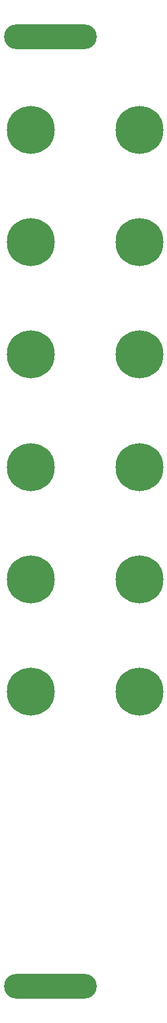
<source format=gts>
%TF.GenerationSoftware,KiCad,Pcbnew,(7.0.0)*%
%TF.CreationDate,2023-03-13T13:35:49-04:00*%
%TF.ProjectId,ER-MIXER5-02_PANEL,45522d4d-4958-4455-9235-2d30325f5041,1*%
%TF.SameCoordinates,Original*%
%TF.FileFunction,Soldermask,Top*%
%TF.FilePolarity,Negative*%
%FSLAX46Y46*%
G04 Gerber Fmt 4.6, Leading zero omitted, Abs format (unit mm)*
G04 Created by KiCad (PCBNEW (7.0.0)) date 2023-03-13 13:35:49*
%MOMM*%
%LPD*%
G01*
G04 APERTURE LIST*
%ADD10C,6.200000*%
%ADD11O,12.000000X3.200000*%
G04 APERTURE END LIST*
D10*
%TO.C,*%
X22500000Y-87500000D03*
%TD*%
%TO.C,*%
X8499996Y-73000000D03*
%TD*%
%TO.C,*%
X22500000Y-44000000D03*
%TD*%
%TO.C,*%
X8499996Y-44000000D03*
%TD*%
%TO.C,*%
X8500000Y-58500000D03*
%TD*%
%TO.C,*%
X8499996Y-87500000D03*
%TD*%
D11*
%TO.C,*%
X10999995Y-2999999D03*
X10999995Y-2999999D03*
X10999995Y-2999999D03*
%TD*%
%TO.C,*%
X10999999Y-125499999D03*
X10999999Y-125499999D03*
X10999999Y-125499999D03*
%TD*%
D10*
%TO.C,*%
X8499996Y-15000000D03*
%TD*%
%TO.C,*%
X8500000Y-29500000D03*
%TD*%
%TO.C,*%
X22499996Y-29500000D03*
%TD*%
%TO.C,*%
X22499996Y-58500000D03*
%TD*%
%TO.C,*%
X22499996Y-73000000D03*
%TD*%
%TO.C,*%
X22499996Y-15000000D03*
%TD*%
M02*

</source>
